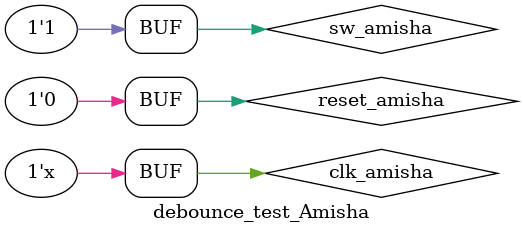
<source format=v>
`timescale 1ns / 1ps


module debounce_test_Amisha;
	// Inputs
	reg clk_amisha;
	reg reset_amisha;
	reg sw_amisha;
	// Outputs
	wire db_level_amisha;
	wire db_tick_amisha;
	// Instantiate the Unit Under Test (UUT)
	debounce_Amisha uut (
		.clk_amisha(clk_amisha), 
		.reset_amisha(reset_amisha), 
		.sw_amisha(sw_amisha), 
		.db_level_amisha(db_level_amisha), 
		.db_tick_amisha(db_tick_amisha)
	);
	initial begin
		clk_amisha = 0;
		reset_amisha = 1;
		sw_amisha = 0;
		#100;
		reset_amisha = 0;
		sw_amisha = 0;
		#100;
		sw_amisha = 1;
		#100;
	end
always #50 clk_amisha = ~clk_amisha;     
endmodule


</source>
